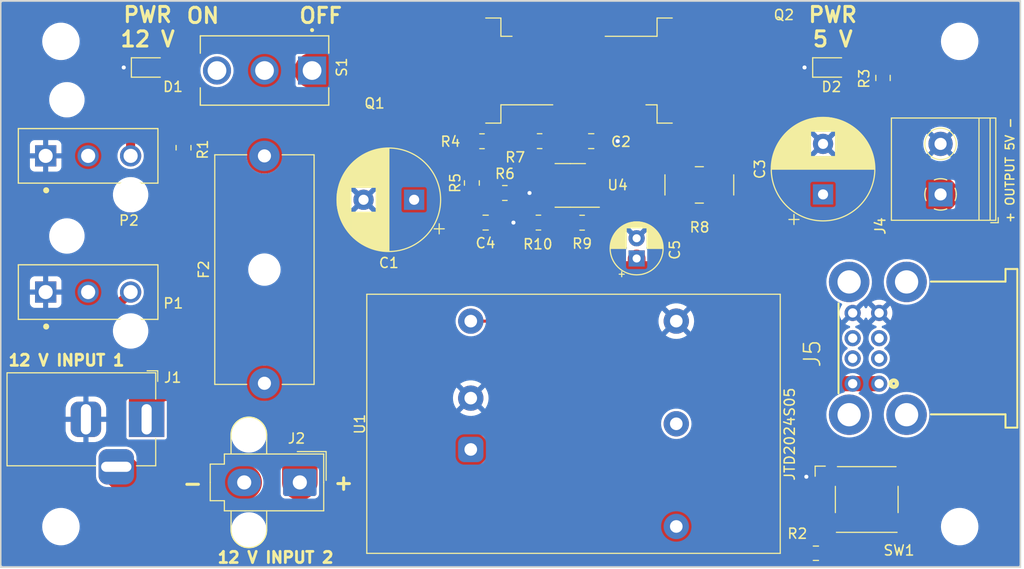
<source format=kicad_pcb>
(kicad_pcb (version 20211014) (generator pcbnew)
  (layers (0 "F.Cu" signal) (31 "B.Cu" signal) (34 "B.Paste" user) (35 "F.Paste" user) (36 "B.SilkS" user "B.Silkscreen") (37 "F.SilkS" user "F.Silkscreen") (38 "B.Mask" user) (39 "F.Mask" user) (44 "Edge.Cuts" user))
  (net 0 "")
  (net 1 "GND")
  (net 2 "Net-(D1-Pad2)")
  (net 3 "Net-(C2-Pad2)")
  (net 5 "Net-(P1-Pad3)")
  (net 6 "Net-(D2-Pad2)")
  (net 14 "Net-(F2-Pad2)")
  (net 16 "Net-(C3-Pad1)")
  (net 17 "Net-(C1-Pad1)")
  (net 18 "Net-(J1-Pad3)")
  (net 19 "Net-(C4-Pad2)")
  (net 20 "Net-(F2-Pad1)")
  (net 21 "Net-(R2-Pad1)")
  (net 22 "Net-(R2-Pad2)")
  (net 23 "Net-(R8-Pad2)")
  (net 24 "Net-(R8-Pad3)")
  (net 25 "Net-(Q1-Pad3)")
  (net 26 "Net-(Q2-Pad1)")
  (net 27 "Net-(R4-Pad1)")
  (net 28 "Net-(R5-Pad1)")
  (net 29 "Net-(R10-Pad2)")
  (net 30 "Net-(Q1-Pad1)")
  (net 31 "Net-(Q2-Pad2)")
  (net 36 "Net-(C5-Pad1)")
  (footprint "Converter_DCDC:Converter_DCDC_XP_POWER_JTDxxxxxxx_THT" (layer "F.Cu") (at 187.44 87.74 90)
    (fp_text reference "U1" (at 2.51 -10.97 270) (layer "F.SilkS"))
    (fp_text value "JTD2024S05" (at 1.51 31.53 270) (layer "F.SilkS"))
    (pad "1" thru_hole roundrect locked (at 0 0 90) (size 2.5 2.5) (drill 1.25) (layers *.Cu *.Mask) (net 36 "Net-(C5-Pad1)"))
    (pad "2" thru_hole circle locked (at 5.08 0 90) (size 2.5 2.5) (drill 1.25) (layers *.Cu *.Mask) (net 1 "GND"))
    (pad "3" thru_hole circle locked (at -7.62 20.32 90) (size 2.5 2.5) (drill 1.25) (layers *.Cu *.Mask) (net 16 "Net-(C3-Pad1)"))
    (pad "4" thru_hole circle locked (at 2.54 20.32 90) (size 2.5 2.5) (drill 1.25) (layers *.Cu *.Mask))
    (pad "5" thru_hole circle locked (at 12.7 20.32 90) (size 2.5 2.5) (drill 1.25) (layers *.Cu *.Mask) (net 1 "GND"))
    (pad "6" thru_hole circle locked (at 12.7 0 90) (size 2.5 2.5) (drill 1.25) (layers *.Cu *.Mask) (net 21 "Net-(R2-Pad1)"))
  )
  (footprint "MountingHole:MountingHole_3.2mm_M3" (layer "F.Cu") (at 146.92 47.355)
    (fp_text reference "H1" hide)
    (fp_text value "MountingHole")
    (pad "" np_thru_hole circle locked (at 0 0) (size 3.2 3.2) (drill 3.2) (layers *.Cu *.Mask))
  )
  (footprint "MountingHole:MountingHole_3.2mm_M3" (layer "F.Cu") (at 146.92 95.375)
    (fp_text reference "H2" hide)
    (fp_text value "MountingHole")
    (pad "" np_thru_hole circle locked (at 0 0) (size 3.2 3.2) (drill 3.2) (layers *.Cu *.Mask))
  )
  (footprint "MountingHole:MountingHole_3.2mm_M3" (layer "F.Cu") (at 235.78 47.355)
    (fp_text reference "H3" hide)
    (fp_text value "MountingHole" hide)
    (pad "" np_thru_hole circle locked (at 0 0) (size 3.2 3.2) (drill 3.2) (layers *.Cu *.Mask))
  )
  (footprint "MountingHole:MountingHole_3.2mm_M3" (layer "F.Cu") (at 235.78 95.375)
    (fp_text reference "H4" hide)
    (fp_text value "MountingHole")
    (pad "" np_thru_hole circle locked (at 0 0) (size 3.2 3.2) (drill 3.2) (layers *.Cu *.Mask))
  )
  (footprint "Double_USB_A:GCT_USB1035-XX-X-X-X-B_REVE" (layer "F.Cu") (at 230.53 77.73 90)
    (fp_text reference "J5" (at -0.53 -9.33 90) (layer "F.SilkS") (effects (font (size 1.600598 1.600598))))
    (fp_text value "USB1035-XX-X-X-X-B_REVE" hide)
    (pad "1A" thru_hole circle locked (at -3.5 -5.33 90) (size 1.6 1.6) (drill 0.92) (layers *.Cu *.Mask) (net 16 "Net-(C3-Pad1)"))
    (pad "1B" thru_hole circle locked (at -3.5 -2.71 90) (size 1.6 1.6) (drill 0.92) (layers *.Cu *.Mask) (net 16 "Net-(C3-Pad1)"))
    (pad "2A" thru_hole circle locked (at -1 -5.33 90) (size 1.6 1.6) (drill 0.92) (layers *.Cu *.Mask))
    (pad "2B" thru_hole circle locked (at -1 -2.71 90) (size 1.6 1.6) (drill 0.92) (layers *.Cu *.Mask))
    (pad "3A" thru_hole circle locked (at 1 -5.33 90) (size 1.6 1.6) (drill 0.92) (layers *.Cu *.Mask))
    (pad "3B" thru_hole circle locked (at 1 -2.71 90) (size 1.6 1.6) (drill 0.92) (layers *.Cu *.Mask))
    (pad "4A" thru_hole circle locked (at 3.5 -5.33 90) (size 1.6 1.6) (drill 0.92) (layers *.Cu *.Mask) (net 1 "GND"))
    (pad "4B" thru_hole circle locked (at 3.5 -2.71 90) (size 1.6 1.6) (drill 0.92) (layers *.Cu *.Mask) (net 1 "GND"))
    (pad "9" thru_hole circle locked (at -6.57 0 90) (size 4 4) (drill 2.3) (layers *.Cu *.Mask))
    (pad "10" thru_hole circle locked (at 6.57 0 90) (size 4 4) (drill 2.3) (layers *.Cu *.Mask))
    (pad "11" thru_hole circle locked (at -6.57 -5.68 90) (size 4 4) (drill 2.3) (layers *.Cu *.Mask))
    (pad "12" thru_hole circle locked (at 6.57 -5.68 90) (size 4 4) (drill 2.3) (layers *.Cu *.Mask))
  )
  (footprint "TerminalBlock_Philmore:TerminalBlock_Philmore_TB132_1x02_P5.00mm_Horizontal" (layer "F.Cu") (at 233.89 62.5 90)
    (fp_text reference "J4" (at -3.13 -5.96 90) (layer "F.SilkS"))
    (fp_text value "Screw_Terminal_01x02" hide)
    (fp_text user "+ OUTPUT 5V -" (at 2.39 6.86 270) (layer "F.SilkS") (effects (font (size 0.85 0.85))))
    (pad "1" thru_hole rect locked (at 0 0 90) (size 2.4 2.4) (drill 1.2) (layers *.Cu *.Mask) (net 16 "Net-(C3-Pad1)"))
    (pad "2" thru_hole circle locked (at 5 0 90) (size 2.4 2.4) (drill 1.2) (layers *.Cu *.Mask) (net 1 "GND"))
  )
  (footprint "Connector_BarrelJack:BarrelJack_Horizontal" (layer "F.Cu") (at 155.39 84.755)
    (fp_text reference "J1" (at 2.58 -4.13) (layer "F.SilkS"))
    (fp_text value "12 V INPUT" hide)
    (pad "1" thru_hole rect locked (at 0 0) (size 3.5 3.5) (drill oval 1 3) (layers *.Cu *.Mask) (net 20 "Net-(F2-Pad1)"))
    (pad "2" thru_hole roundrect locked (at -6 0) (size 3 3.5) (drill oval 1 3) (layers *.Cu *.Mask) (net 1 "GND"))
    (pad "3" thru_hole roundrect locked (at -3 4.7) (size 3.5 3.5) (drill oval 3 1) (layers *.Cu *.Mask) (net 18 "Net-(J1-Pad3)"))
  )
  (footprint "MOLEX_39-30-1039" (layer "F.Cu") (at 149.61 72.165 180)
    (fp_text reference "P1" (at -8.42 -1.115) (layer "F.SilkS") (effects (font (size 1.001961 1.001961))))
    (fp_text value "39-30-1039")
    (pad "" np_thru_hole circle locked (at 2.1 5.55 180) (size 3 3) (drill 3) (layers *.Cu *.Mask))
    (pad "" np_thru_hole circle locked (at -4.2 -3.85 180) (size 3 3) (drill 3) (layers *.Cu *.Mask))
    (pad "1" thru_hole rect locked (at 4.2 0 180) (size 2.1 2.1) (drill 1.4) (layers *.Cu *.Mask) (net 1 "GND"))
    (pad "2" thru_hole circle locked (at 0 0 180) (size 2.1 2.1) (drill 1.4) (layers *.Cu *.Mask) (net 36 "Net-(C5-Pad1)"))
    (pad "3" thru_hole circle locked (at -4.2 0 180) (size 2.1 2.1) (drill 1.4) (layers *.Cu *.Mask) (net 5 "Net-(P1-Pad3)"))
  )
  (footprint "MOLEX_39-30-1039" (layer "F.Cu") (at 149.61 58.685 180)
    (fp_text reference "P2" (at -4.032895 -6.397515) (layer "F.SilkS") (effects (font (size 1.001961 1.001961))))
    (fp_text value "39-30-1039")
    (pad "" np_thru_hole circle locked (at 2.1 5.55 180) (size 3 3) (drill 3) (layers *.Cu *.Mask))
    (pad "" np_thru_hole circle locked (at -4.2 -3.85 180) (size 3 3) (drill 3) (layers *.Cu *.Mask))
    (pad "1" thru_hole rect locked (at 4.2 0 180) (size 2.1 2.1) (drill 1.4) (layers *.Cu *.Mask) (net 1 "GND"))
    (pad "2" thru_hole circle locked (at 0 0 180) (size 2.1 2.1) (drill 1.4) (layers *.Cu *.Mask) (net 36 "Net-(C5-Pad1)"))
    (pad "3" thru_hole circle locked (at -4.2 0 180) (size 2.1 2.1) (drill 1.4) (layers *.Cu *.Mask) (net 5 "Net-(P1-Pad3)"))
  )
  (footprint "LED_SMD:LED_0805_2012Metric_Pad1.15x1.40mm_HandSolder" (layer "F.Cu") (at 223.105 49.94)
    (fp_text reference "D2" (at -0.005 1.92) (layer "F.SilkS"))
    (fp_text value "LED")
    (pad "1" smd roundrect locked (at -1.025 0) (size 1.15 1.4) (layers "F.Cu" "F.Paste" "F.Mask") (roundrect_rratio 0.2173913043) (net 1 "GND"))
    (pad "2" smd roundrect locked (at 1.025 0) (size 1.15 1.4) (layers "F.Cu" "F.Paste" "F.Mask") (roundrect_rratio 0.2173913043) (net 6 "Net-(D2-Pad2)"))
  )
  (footprint "Resistor_SMD:R_0805_2012Metric_Pad1.15x1.40mm_HandSolder" (layer "F.Cu") (at 221.565 98.01)
    (fp_text reference "R2" (at -1.835 -1.94) (layer "F.SilkS"))
    (fp_text value "R")
    (pad "1" smd roundrect locked (at -1.025 0) (size 1.15 1.4) (layers "F.Cu" "F.Paste" "F.Mask") (roundrect_rratio 0.2173913043) (net 21 "Net-(R2-Pad1)"))
    (pad "2" smd roundrect locked (at 1.025 0) (size 1.15 1.4) (layers "F.Cu" "F.Paste" "F.Mask") (roundrect_rratio 0.2173913043) (net 22 "Net-(R2-Pad2)"))
  )
  (footprint "Resistor_SMD:R_0805_2012Metric_Pad1.15x1.40mm_HandSolder" (layer "F.Cu") (at 228.2 50.975 -90)
    (fp_text reference "R3" (at 0.075 1.86 90) (layer "F.SilkS"))
    (fp_text value "R")
    (pad "1" smd roundrect locked (at -1.025 0 270) (size 1.15 1.4) (layers "F.Cu" "F.Paste" "F.Mask") (roundrect_rratio 0.2173913043) (net 6 "Net-(D2-Pad2)"))
    (pad "2" smd roundrect locked (at 1.025 0 270) (size 1.15 1.4) (layers "F.Cu" "F.Paste" "F.Mask") (roundrect_rratio 0.2173913043) (net 16 "Net-(C3-Pad1)"))
  )
  (footprint "LED_SMD:LED_0805_2012Metric_Pad1.15x1.40mm_HandSolder" (layer "F.Cu") (at 155.745 49.94)
    (fp_text reference "D1" (at 2.255 1.91) (layer "F.SilkS"))
    (fp_text value "LED" hide)
    (pad "1" smd roundrect locked (at -1.025 0) (size 1.15 1.4) (layers "F.Cu" "F.Paste" "F.Mask") (roundrect_rratio 0.2173913043) (net 1 "GND"))
    (pad "2" smd roundrect locked (at 1.025 0) (size 1.15 1.4) (layers "F.Cu" "F.Paste" "F.Mask") (roundrect_rratio 0.2173913043) (net 2 "Net-(D1-Pad2)"))
  )
  (footprint "Resistor_SMD:R_0805_2012Metric_Pad1.20x1.40mm_HandSolder" (layer "F.Cu") (at 159.04 57.88 -90)
    (fp_text reference "R1" (at 0.18 -1.9 -270) (layer "F.SilkS"))
    (fp_text value "R")
    (pad "1" smd roundrect (at -1 0 270) (size 1.2 1.4) (layers "F.Cu" "F.Paste" "F.Mask") (roundrect_rratio 0.2083333333) (net 2 "Net-(D1-Pad2)"))
    (pad "2" smd roundrect (at 1 0 270) (size 1.2 1.4) (layers "F.Cu" "F.Paste" "F.Mask") (roundrect_rratio 0.2083333333) (net 36 "Net-(C5-Pad1)"))
  )
  (footprint "Button_Switch_SMD:SW_SPST_Omron_B3FS-100xP" (layer "F.Cu") (at 226.59 92.69)
    (fp_text reference "SW1" (at 3.19 5.04) (layer "F.SilkS"))
    (fp_text value "SW_Push_Dual" hide)
    (pad "1" smd rect locked (at -4 -2.25 180) (size 1.6 1.4) (layers "F.Cu" "F.Paste" "F.Mask") (net 1 "GND"))
    (pad "2" smd rect locked (at 4 -2.25 180) (size 1.6 1.4) (layers "F.Cu" "F.Paste" "F.Mask"))
    (pad "3" smd rect locked (at -4 2.25 180) (size 1.6 1.4) (layers "F.Cu" "F.Paste" "F.Mask") (net 22 "Net-(R2-Pad2)"))
    (pad "4" smd rect locked (at 4 2.25 180) (size 1.6 1.4) (layers "F.Cu" "F.Paste" "F.Mask"))
  )
  (footprint "Switch:SW_100SP1T1B4M2QE" (layer "F.Cu") (at 167.05 50.24 -90)
    (fp_text reference "S1" (at -0.325 -7.635 90) (layer "F.SilkS"))
    (fp_text value "OFF              ON" hide)
    (pad "1" thru_hole rect locked (at 0 -4.7 270) (size 2.775 2.775) (drill 1.85) (layers *.Cu *.Mask) (net 17 "Net-(C1-Pad1)"))
    (pad "2" thru_hole circle locked (at 0 0 270) (size 2.775 2.775) (drill 1.85) (layers *.Cu *.Mask) (net 14 "Net-(F2-Pad2)"))
    (pad "3" thru_hole circle locked (at 0 4.7 270) (size 2.775 2.775) (drill 1.85) (layers *.Cu *.Mask))
  )
  (footprint "Package_TO_SOT_SMD:TO-263-2" (layer "F.Cu") (at 208.81 50.245)
    (fp_text reference "Q2" (at 9.59 -5.505) (layer "F.SilkS"))
    (fp_text value "FDB3682")
    (pad "1" smd rect (at -5.775 -2.54) (size 4.6 1.1) (layers "F.Cu" "F.Paste" "F.Mask") (net 26 "Net-(Q2-Pad1)"))
    (pad "2" smd rect (at 3.375 0) (size 9.4 10.8) (layers "F.Cu" "F.Mask") (net 31 "Net-(Q2-Pad2)"))
    (pad "3" smd rect (at -5.775 2.54) (size 4.6 1.1) (layers "F.Cu" "F.Paste" "F.Mask") (net 25 "Net-(Q1-Pad3)"))
  )
  (footprint "Resistor_SMD:R_0805_2012Metric_Pad1.20x1.40mm_HandSolder" (layer "F.Cu") (at 188.55 57.24)
    (fp_text reference "R4" (at -3.12 0.04) (layer "F.SilkS"))
    (fp_text value "R")
    (pad "1" smd roundrect (at -1 0) (size 1.2 1.4) (layers "F.Cu" "F.Paste" "F.Mask") (roundrect_rratio 0.2083333333) (net 27 "Net-(R4-Pad1)"))
    (pad "2" smd roundrect (at 1 0) (size 1.2 1.4) (layers "F.Cu" "F.Paste" "F.Mask") (roundrect_rratio 0.2083333333) (net 17 "Net-(C1-Pad1)"))
  )
  (footprint "Capacitor_THT:CP_Radial_D5.0mm_P2.00mm" (layer "F.Cu") (at 203.84 68.84 90)
    (fp_text reference "C5" (at 0.85 3.77 90) (layer "F.SilkS"))
    (fp_text value "C_Polarized")
    (pad "1" thru_hole rect locked (at 0 0 90) (size 1.6 1.6) (drill 0.8) (layers *.Cu *.Mask) (net 36 "Net-(C5-Pad1)"))
    (pad "2" thru_hole circle locked (at 2 0 90) (size 1.6 1.6) (drill 0.8) (layers *.Cu *.Mask) (net 1 "GND"))
  )
  (footprint "Capacitor_SMD:C_0805_2012Metric_Pad1.18x1.45mm_HandSolder" (layer "F.Cu") (at 199.3475 57.23 180)
    (fp_text reference "C2" (at -2.9425 -0.06) (layer "F.SilkS"))
    (fp_text value "C")
    (pad "1" smd roundrect (at -1.0375 0 180) (size 1.175 1.45) (layers "F.Cu" "F.Paste" "F.Mask") (roundrect_rratio 0.2127659574) (net 1 "GND"))
    (pad "2" smd roundrect (at 1.0375 0 180) (size 1.175 1.45) (layers "F.Cu" "F.Paste" "F.Mask") (roundrect_rratio 0.2127659574) (net 3 "Net-(C2-Pad2)"))
  )
  (footprint "Fuse:Fuseholder_Cylinder-5x20mm_Schurter_0031_8201_Horizontal_Open" (layer "F.Cu") (at 167.04 81.19 90)
    (fp_text reference "F2" (at 11.25 -6 90) (layer "F.SilkS"))
    (fp_text value "Fuse")
    (pad "" np_thru_hole circle (at 11.25 0 90) (size 2.7 2.7) (drill 2.7) (layers *.Cu *.Mask))
    (pad "1" thru_hole circle (at 0 0 90) (size 3 3) (drill 1.3) (layers *.Cu *.Mask) (net 20 "Net-(F2-Pad1)"))
    (pad "2" thru_hole circle (at 22.5 0 90) (size 3 3) (drill 1.3) (layers *.Cu *.Mask) (net 14 "Net-(F2-Pad2)"))
  )
  (footprint "Capacitor_THT:CP_Radial_D10.0mm_P5.00mm" (layer "F.Cu") (at 181.84 63.03 180)
    (fp_text reference "C1" (at 2.5 -6.25) (layer "F.SilkS"))
    (fp_text value "EEEFK1A222AQ")
    (pad "1" thru_hole rect (at 0 0 180) (size 2 2) (drill 1) (layers *.Cu *.Mask) (net 17 "Net-(C1-Pad1)"))
    (pad "2" thru_hole circle (at 5 0 180) (size 2 2) (drill 1) (layers *.Cu *.Mask) (net 1 "GND"))
  )
  (footprint "Resistor_SMD:R_Shunt_Ohmite_LVK25" (layer "F.Cu") (at 210.04 61.56 -90)
    (fp_text reference "R8" (at 4.2 -0.02 180) (layer "F.SilkS"))
    (fp_text value "R_Shunt")
    (pad "1" smd rect (at -1.8 -2.15 270) (size 1.4 3.3) (layers "F.Cu" "F.Paste" "F.Mask") (net 31 "Net-(Q2-Pad2)"))
    (pad "2" smd rect (at 1.8 2.15 270) (size 1.4 3.3) (layers "F.Cu" "F.Paste" "F.Mask") (net 23 "Net-(R8-Pad2)"))
    (pad "3" smd rect (at -1.8 2.15 270) (size 1.4 3.3) (layers "F.Cu" "F.Paste" "F.Mask") (net 24 "Net-(R8-Pad3)"))
    (pad "4" smd rect (at 1.8 -2.15 270) (size 1.4 3.3) (layers "F.Cu" "F.Paste" "F.Mask") (net 36 "Net-(C5-Pad1)"))
  )
  (footprint "Resistor_SMD:R_0805_2012Metric_Pad1.20x1.40mm_HandSolder" (layer "F.Cu") (at 190.81 62.36 180)
    (fp_text reference "R6" (at -0.01 1.9) (layer "F.SilkS"))
    (fp_text value "R")
    (pad "1" smd roundrect (at -1 0 180) (size 1.2 1.4) (layers "F.Cu" "F.Paste" "F.Mask") (roundrect_rratio 0.2083333333) (net 1 "GND"))
    (pad "2" smd roundrect (at 1 0 180) (size 1.2 1.4) (layers "F.Cu" "F.Paste" "F.Mask") (roundrect_rratio 0.2083333333) (net 28 "Net-(R5-Pad1)"))
  )
  (footprint "Package_SO:MSOP-16_3x4.039mm_P0.5mm" (layer "F.Cu") (at 197.28 61.61 180)
    (fp_text reference "U4" (at -4.68 0.03 180) (layer "F.SilkS"))
    (fp_text value "LTC4364IMS")
    (pad "1" smd roundrect (at -2.15 -1.75 180) (size 1.45 0.3) (layers "F.Cu" "F.Paste" "F.Mask") (net 23 "Net-(R8-Pad2)"))
    (pad "2" smd roundrect (at -2.15 -1.25 180) (size 1.45 0.3) (layers "F.Cu" "F.Paste" "F.Mask") (net 24 "Net-(R8-Pad3)"))
    (pad "3" smd roundrect (at -2.15 -0.75 180) (size 1.45 0.3) (layers "F.Cu" "F.Paste" "F.Mask"))
    (pad "4" smd roundrect (at -2.15 -0.25 180) (size 1.45 0.3) (layers "F.Cu" "F.Paste" "F.Mask") (net 26 "Net-(Q2-Pad1)"))
    (pad "5" smd roundrect (at -2.15 0.25 180) (size 1.45 0.3) (layers "F.Cu" "F.Paste" "F.Mask") (net 25 "Net-(Q1-Pad3)"))
    (pad "6" smd roundrect (at -2.15 0.75 180) (size 1.45 0.3) (layers "F.Cu" "F.Paste" "F.Mask") (net 3 "Net-(C2-Pad2)"))
    (pad "7" smd roundrect (at -2.15 1.25 180) (size 1.45 0.3) (layers "F.Cu" "F.Paste" "F.Mask"))
    (pad "8" smd roundrect (at -2.15 1.75 180) (size 1.45 0.3) (layers "F.Cu" "F.Paste" "F.Mask") (net 17 "Net-(C1-Pad1)"))
    (pad "9" smd roundrect (at 2.15 1.75 180) (size 1.45 0.3) (layers "F.Cu" "F.Paste" "F.Mask") (net 17 "Net-(C1-Pad1)"))
    (pad "10" smd roundrect (at 2.15 1.25 180) (size 1.45 0.3) (layers "F.Cu" "F.Paste" "F.Mask") (net 27 "Net-(R4-Pad1)"))
    (pad "11" smd roundrect (at 2.15 0.75 180) (size 1.45 0.3) (layers "F.Cu" "F.Paste" "F.Mask") (net 28 "Net-(R5-Pad1)"))
    (pad "12" smd roundrect (at 2.15 0.25 180) (size 1.45 0.3) (layers "F.Cu" "F.Paste" "F.Mask") (net 1 "GND"))
    (pad "13" smd roundrect (at 2.15 -0.25 180) (size 1.45 0.3) (layers "F.Cu" "F.Paste" "F.Mask"))
    (pad "14" smd roundrect (at 2.15 -0.75 180) (size 1.45 0.3) (layers "F.Cu" "F.Paste" "F.Mask"))
    (pad "15" smd roundrect (at 2.15 -1.25 180) (size 1.45 0.3) (layers "F.Cu" "F.Paste" "F.Mask") (net 19 "Net-(C4-Pad2)"))
    (pad "16" smd roundrect (at 2.15 -1.75 180) (size 1.45 0.3) (layers "F.Cu" "F.Paste" "F.Mask") (net 29 "Net-(R10-Pad2)"))
  )
  (footprint "Capacitor_SMD:C_0805_2012Metric_Pad1.18x1.45mm_HandSolder" (layer "F.Cu") (at 188.9125 65.29 180)
    (fp_text reference "C4" (at 0.0125 -2.03) (layer "F.SilkS"))
    (fp_text value "C")
    (pad "1" smd roundrect (at -1.0375 0 180) (size 1.175 1.45) (layers "F.Cu" "F.Paste" "F.Mask") (roundrect_rratio 0.2127659574) (net 1 "GND"))
    (pad "2" smd roundrect (at 1.0375 0 180) (size 1.175 1.45) (layers "F.Cu" "F.Paste" "F.Mask") (roundrect_rratio 0.2127659574) (net 19 "Net-(C4-Pad2)"))
  )
  (footprint "Package_TO_SOT_SMD:TO-263-2" (layer "F.Cu") (at 187.47 50.245 180)
    (fp_text reference "Q1" (at 9.54 -3.245) (layer "F.SilkS"))
    (fp_text value "FDB33N25")
    (pad "1" smd rect (at -5.775 -2.54 180) (size 4.6 1.1) (layers "F.Cu" "F.Paste" "F.Mask") (net 30 "Net-(Q1-Pad1)"))
    (pad "2" smd rect (at 3.375 0 180) (size 9.4 10.8) (layers "F.Cu" "F.Mask") (net 17 "Net-(C1-Pad1)"))
    (pad "3" smd rect (at -5.775 2.54 180) (size 4.6 1.1) (layers "F.Cu" "F.Paste" "F.Mask") (net 25 "Net-(Q1-Pad3)"))
  )
  (footprint "Resistor_SMD:R_0805_2012Metric_Pad1.20x1.40mm_HandSolder" (layer "F.Cu") (at 194.13 65.29)
    (fp_text reference "R10" (at -0.06 2.14) (layer "F.SilkS"))
    (fp_text value "R")
    (pad "1" smd roundrect (at -1 0) (size 1.2 1.4) (layers "F.Cu" "F.Paste" "F.Mask") (roundrect_rratio 0.2083333333) (net 1 "GND"))
    (pad "2" smd roundrect (at 1 0) (size 1.2 1.4) (layers "F.Cu" "F.Paste" "F.Mask") (roundrect_rratio 0.2083333333) (net 29 "Net-(R10-Pad2)"))
  )
  (footprint "Capacitor_THT:CP_Radial_D10.0mm_P5.00mm" (layer "F.Cu") (at 222.27 62.5 90)
    (fp_text reference "C3" (at 2.5 -6.25 90) (layer "F.SilkS"))
    (fp_text value "EEEFK1A222AQ")
    (pad "1" thru_hole rect (at 0 0 90) (size 2 2) (drill 1) (layers *.Cu *.Mask) (net 16 "Net-(C3-Pad1)"))
    (pad "2" thru_hole circle (at 5 0 90) (size 2 2) (drill 1) (layers *.Cu *.Mask) (net 1 "GND"))
  )
  (footprint "Connector_Molex:Molex_Mini-Fit_Jr_5566-02A2_2x01_P4.20mm_Vertical" (layer "F.Cu") (at 170.54 91 -90)
    (fp_text reference "J2" (at -4.35 0.33 180) (layer "F.SilkS"))
    (fp_text value "Conn_01x02_Male" hide)
    (pad "" np_thru_hole circle locked (at -4.7 5.04 270) (size 3 3) (drill 3) (layers *.Cu *.Mask))
    (pad "" np_thru_hole circle locked (at 4.7 5.04 270) (size 3 3) (drill 3) (layers *.Cu *.Mask))
    (pad "1" thru_hole roundrect locked (at 0 0 270) (size 2.7 3.3) (drill 1.4) (layers *.Cu *.Mask) (roundrect_rratio 0.09259296296) (net 20 "Net-(F2-Pad1)"))
    (pad "2" thru_hole oval locked (at 0 5.5 270) (size 2.7 3.3) (drill 1.4) (layers *.Cu *.Mask) (net 18 "Net-(J1-Pad3)"))
  )
  (footprint "Resistor_SMD:R_0805_2012Metric_Pad1.20x1.40mm_HandSolder" (layer "F.Cu") (at 187.55 61.37 90)
    (fp_text reference "R5" (at 0 -1.65 90) (layer "F.SilkS"))
    (fp_text value "R")
    (pad "1" smd roundrect (at -1 0 90) (size 1.2 1.4) (layers "F.Cu" "F.Paste" "F.Mask") (roundrect_rratio 0.2083333333) (net 28 "Net-(R5-Pad1)"))
    (pad "2" smd roundrect (at 1 0 90) (size 1.2 1.4) (layers "F.Cu" "F.Paste" "F.Mask") (roundrect_rratio 0.2083333333) (net 27 "Net-(R4-Pad1)"))
  )
  (footprint "Resistor_SMD:R_0805_2012Metric_Pad1.20x1.40mm_HandSolder" (layer "F.Cu") (at 194.25 57.23 180)
    (fp_text reference "R7" (at 2.42 -1.6) (layer "F.SilkS"))
    (fp_text value "R")
    (pad "1" smd roundrect (at -1 0 180) (size 1.2 1.4) (layers "F.Cu" "F.Paste" "F.Mask") (roundrect_rratio 0.2083333333) (net 3 "Net-(C2-Pad2)"))
    (pad "2" smd roundrect (at 1 0 180) (size 1.2 1.4) (layers "F.Cu" "F.Paste" "F.Mask") (roundrect_rratio 0.2083333333) (net 30 "Net-(Q1-Pad1)"))
  )
  (footprint "Resistor_SMD:R_0805_2012Metric_Pad1.20x1.40mm_HandSolder" (layer "F.Cu") (at 198.45 65.3)
    (fp_text reference "R9" (at 0 2.07) (layer "F.SilkS"))
    (fp_text value "R")
    (pad "1" smd roundrect (at -1 0) (size 1.2 1.4) (layers "F.Cu" "F.Paste" "F.Mask") (roundrect_rratio 0.2083333333) (net 29 "Net-(R10-Pad2)"))
    (pad "2" smd roundrect (at 1 0) (size 1.2 1.4) (layers "F.Cu" "F.Paste" "F.Mask") (roundrect_rratio 0.2083333333) (net 36 "Net-(C5-Pad1)"))
  )
  (gr_line (start 241.78 99.375) (end 241.78 43.355) (layer "Edge.Cuts") (width 0.15))
  (gr_line (start 241.78 99.375) (end 140.97 99.375) (layer "Edge.Cuts") (width 0.15))
  (gr_line (start 140.97 43.355) (end 140.97 99.375) (layer "Edge.Cuts") (width 0.15))
  (gr_line (start 140.97 43.355) (end 241.78 43.355) (layer "Edge.Cuts") (width 0.15))
  (gr_text "-" (at 159.94 91.08) (layer "F.SilkS") (effects (font (size 1.5 1.5) (thickness 0.3))))
  (gr_text "+" (at 174.87 91.01) (layer "F.SilkS") (effects (font (size 1.5 1.5) (thickness 0.3))))
  (gr_text "PWR\n5 V" (at 223.23 45.93) (layer "F.SilkS") (effects (font (size 1.5 1.5) (thickness 0.3))))
  (gr_text "12 V INPUT 2" (at 168.14 98.43) (layer "F.SilkS") (effects (font (size 1.1 1.1) (thickness 0.275))))
  (gr_text "ON       OFF" (at 167.03 44.81) (layer "F.SilkS") (effects (font (size 1.5 1.5) (thickness 0.3))))
  (gr_text "12 V INPUT 1\n" (at 147.47 78.92) (layer "F.SilkS") (effects (font (size 1.1 1.1) (thickness 0.275))))
  (gr_text "PWR\n12 V" (at 155.49 45.93) (layer "F.SilkS") (effects (font (size 1.5 1.5) (thickness 0.3))))
  (segment (start 154.72 49.94) (end 153.13 49.94) (width 0.4) (layer "F.Cu") (net 1))
  (segment (start 222.08 49.94) (end 220.44 49.94) (width 0.4) (layer "F.Cu") (net 1))
  (segment (start 200.385 57.23) (end 201.9675 57.23) (width 0.9) (layer "F.Cu") (net 1))
  (segment (start 193.25 61.7) (end 193.25 62.36) (width 0.3) (layer "F.Cu") (net 1))
  (segment (start 193.13 65.29) (end 191.66 65.29) (width 0.9) (layer "F.Cu") (net 1))
  (segment (start 222.59 90.44) (end 220.62 90.44) (width 0.3) (layer "F.Cu") (net 1))
  (segment (start 195.13 61.36) (end 193.59 61.36) (width 0.3) (layer "F.Cu") (net 1))
  (segment (start 193.59 61.36) (end 193.25 61.7) (width 0.3) (layer "F.Cu") (net 1))
  (segment (start 191.81 62.36) (end 193.25 62.36) (width 0.9) (layer "F.Cu") (net 1))
  (segment (start 189.95 65.29) (end 191.66 65.29) (width 0.9) (layer "F.Cu") (net 1))
  (via (at 201.9675 57.23) (size 0.8) (drill 0.4) (layers "F.Cu" "B.Cu") (net 1))
  (via (at 191.66 65.29) (size 0.8) (drill 0.4) (layers "F.Cu" "B.Cu") (net 1))
  (via (at 220.44 49.94) (size 0.8) (drill 0.4) (layers "F.Cu" "B.Cu") (net 1))
  (via (at 193.25 62.36) (size 0.8) (drill 0.4) (layers "F.Cu" "B.Cu") (net 1))
  (via (at 220.62 90.44) (size 0.8) (drill 0.4) (layers "F.Cu" "B.Cu") (net 1))
  (via (at 153.13 49.94) (size 0.8) (drill 0.4) (layers "F.Cu" "B.Cu") (net 1))
  (segment (start 159.04 56.88) (end 159.04 50.45) (width 0.4) (layer "F.Cu") (net 2))
  (segment (start 158.53 49.94) (end 156.77 49.94) (width 0.4) (layer "F.Cu") (net 2))
  (segment (start 159.04 50.45) (end 158.53 49.94) (width 0.4) (layer "F.Cu") (net 2))
  (segment (start 195.25 57.23) (end 198.31 57.23) (width 0.3) (layer "F.Cu") (net 3))
  (segment (start 200.92 60.67) (end 200.92 58.97) (width 0.3) (layer "F.Cu") (net 3))
  (segment (start 199.43 60.86) (end 200.73 60.86) (width 0.3) (layer "F.Cu") (net 3))
  (segment (start 200.7 58.75) (end 200.92 58.97) (width 0.3) (layer "F.Cu") (net 3))
  (segment (start 198.31 57.23) (end 198.31 58.45) (width 0.3) (layer "F.Cu") (net 3))
  (segment (start 198.61 58.75) (end 200.7 58.75) (width 0.3) (layer "F.Cu") (net 3))
  (segment (start 198.31 58.45) (end 198.61 58.75) (width 0.3) (layer "F.Cu") (net 3))
  (segment (start 200.73 60.86) (end 200.92 60.67) (width 0.3) (layer "F.Cu") (net 3))
  (segment (start 143.08 55.36) (end 141.82 56.62) (width 0.9) (layer "F.Cu") (net 5))
  (segment (start 153.81 56.63) (end 152.54 55.36) (width 0.9) (layer "F.Cu") (net 5))
  (segment (start 152.54 55.36) (end 143.08 55.36) (width 0.9) (layer "F.Cu") (net 5))
  (segment (start 150.375 75.6) (end 153.81 72.165) (width 0.9) (layer "F.Cu") (net 5))
  (segment (start 141.82 56.62) (end 141.82 56.85) (width 0.9) (layer "F.Cu") (net 5))
  (segment (start 142.7 75.6) (end 150.375 75.6) (width 0.9) (layer "F.Cu") (net 5))
  (segment (start 141.82 56.85) (end 141.82 74.72) (width 0.9) (layer "F.Cu") (net 5))
  (segment (start 141.82 74.72) (end 142.7 75.6) (width 0.9) (layer "F.Cu") (net 5))
  (segment (start 153.81 58.685) (end 153.81 56.63) (width 0.9) (layer "F.Cu") (net 5))
  (segment (start 224.13 49.94) (end 228.19 49.94) (width 0.4) (layer "F.Cu") (net 6))
  (segment (start 228.19 49.94) (end 228.2 49.95) (width 0.4) (layer "F.Cu") (net 6))
  (segment (start 167.05 58.68) (end 167.04 58.69) (width 3.5) (layer "F.Cu") (net 14))
  (segment (start 167.05 50.24) (end 167.05 58.68) (width 3.5) (layer "F.Cu") (net 14))
  (segment (start 219.59 87.01) (end 219.59 82.11) (width 3.5) (layer "F.Cu") (net 16))
  (segment (start 220.73 62.5) (end 219.61 63.62) (width 3.5) (layer "F.Cu") (net 16))
  (segment (start 220.47 81.23) (end 219.59 82.11) (width 1.5) (layer "F.Cu") (net 16))
  (segment (start 228.2 52) (end 228.2 61.38) (width 0.4) (layer "F.Cu") (net 16))
  (segment (start 219.59 82.11) (end 219.59 80.41) (width 3.5) (layer "F.Cu") (net 16))
  (segment (start 219.61 63.62) (end 219.61 70.77) (width 3.5) (layer "F.Cu") (net 16))
  (segment (start 207.76 95.36) (end 211.24 95.36) (width 3.5) (layer "F.Cu") (net 16))
  (segment (start 219.61 70.77) (end 219.59 70.79) (width 3.5) (layer "F.Cu") (net 16))
  (segment (start 219.59 70.79) (end 219.59 80.41) (width 3.5) (layer "F.Cu") (net 16))
  (segment (start 227.82 81.23) (end 220.47 81.23) (width 1.5) (layer "F.Cu") (net 16))
  (segment (start 227.08 62.5) (end 233.89 62.5) (width 3.5) (layer "F.Cu") (net 16))
  (segment (start 222.27 62.5) (end 227.08 62.5) (width 3.5) (layer "F.Cu") (net 16))
  (segment (start 228.2 61.38) (end 227.08 62.5) (width 0.4) (layer "F.Cu") (net 16))
  (segment (start 211.24 95.36) (end 219.59 87.01) (width 3.5) (layer "F.Cu") (net 16))
  (segment (start 222.27 62.5) (end 220.73 62.5) (width 3.5) (layer "F.Cu") (net 16))
  (segment (start 184.09 50.24) (end 184.095 50.245) (width 3.5) (layer "F.Cu") (net 17))
  (segment (start 190 59.86) (end 195.13 59.86) (width 0.3) (layer "F.Cu") (net 17))
  (segment (start 181.84 63.03) (end 181.84 52.5) (width 3.5) (layer "F.Cu") (net 17))
  (segment (start 189.55 56.48) (end 184.095 51.025) (width 0.3) (layer "F.Cu") (net 17))
  (segment (start 184.095 51.025) (end 184.095 50.245) (width 0.3) (layer "F.Cu") (net 17))
  (segment (start 181.84 52.5) (end 184.095 50.245) (width 3.5) (layer "F.Cu") (net 17))
  (segment (start 189.55 57.24) (end 189.55 59.41) (width 0.3) (layer "F.Cu") (net 17))
  (segment (start 189.55 57.24) (end 189.55 56.48) (width 0.3) (layer "F.Cu") (net 17))
  (segment (start 195.13 59.86) (end 199.43 59.86) (width 0.3) (layer "F.Cu") (net 17))
  (segment (start 189.55 59.41) (end 190 59.86) (width 0.3) (layer "F.Cu") (net 17))
  (segment (start 171.75 50.24) (end 184.09 50.24) (width 3.5) (layer "F.Cu") (net 17))
  (segment (start 165.04 91) (end 153.935 91) (width 3.5) (layer "F.Cu") (net 18))
  (segment (start 153.935 91) (end 152.39 89.455) (width 3.5) (layer "F.Cu") (net 18))
  (segment (start 193.2 63.67) (end 194.01 62.86) (width 0.3) (layer "F.Cu") (net 19))
  (segment (start 189.04 63.67) (end 193.2 63.67) (width 0.3) (layer "F.Cu") (net 19))
  (segment (start 187.875 64.835) (end 189.04 63.67) (width 0.3) (layer "F.Cu") (net 19))
  (segment (start 194.01 62.86) (end 195.13 62.86) (width 0.3) (layer "F.Cu") (net 19))
  (segment (start 187.875 65.29) (end 187.875 64.835) (width 0.3) (layer "F.Cu") (net 19))
  (segment (start 170.54 82.06) (end 169.67 81.19) (width 3.5) (layer "F.Cu") (net 20))
  (segment (start 167.04 81.19) (end 156.49 81.19) (width 3.5) (layer "F.Cu") (net 20))
  (segment (start 170.54 91) (end 170.54 82.06) (width 3.5) (layer "F.Cu") (net 20))
  (segment (start 156.49 81.19) (end 155.39 82.29) (width 3.5) (layer "F.Cu") (net 20))
  (segment (start 169.67 81.19) (end 167.04 81.19) (width 3.5) (layer "F.Cu") (net 20))
  (segment (start 155.39 82.29) (end 155.39 84.755) (width 3.5) (layer "F.Cu") (net 20))
  (segment (start 220.54 98.01) (end 196.03 98.01) (width 0.3) (layer "F.Cu") (net 21))
  (segment (start 194.91 96.89) (end 194.91 75.8) (width 0.3) (layer "F.Cu") (net 21))
  (segment (start 194.15 75.04) (end 187.44 75.04) (width 0.3) (layer "F.Cu") (net 21))
  (segment (start 194.91 75.8) (end 194.15 75.04) (width 0.3) (layer "F.Cu") (net 21))
  (segment (start 196.03 98.01) (end 194.91 96.89) (width 0.3) (layer "F.Cu") (net 21))
  (segment (start 222.59 94.94) (end 222.59 98.01) (width 0.3) (layer "F.Cu") (net 22))
  (segment (start 207.89 63.36) (end 199.43 63.36) (width 0.3) (layer "F.Cu") (net 23))
  (segment (start 205.42 62.86) (end 199.43 62.86) (width 0.3) (layer "F.Cu") (net 24))
  (segment (start 205.62 59.98) (end 205.62 62.66) (width 0.3) (layer "F.Cu") (net 24))
  (segment (start 205.84 59.76) (end 205.62 59.98) (width 0.3) (layer "F.Cu") (net 24))
  (segment (start 205.62 62.66) (end 205.42 62.86) (width 0.3) (layer "F.Cu") (net 24))
  (segment (start 207.89 59.76) (end 205.84 59.76) (width 0.3) (layer "F.Cu") (net 24))
  (segment (start 203.035 59.295) (end 203.035 52.785) (width 0.3) (layer "F.Cu") (net 25))
  (segment (start 194.995 47.705) (end 200.075 52.785) (width 3.5) (layer "F.Cu") (net 25))
  (segment (start 200.97 61.36) (end 203.035 59.295) (width 0.3) (layer "F.Cu") (net 25))
  (segment (start 200.075 52.785) (end 203.035 52.785) (width 3.5) (layer "F.Cu") (net 25))
  (segment (start 193.245 47.705) (end 194.995 47.705) (width 3.5) (layer "F.Cu") (net 25))
  (segment (start 199.43 61.36) (end 200.97 61.36) (width 0.3) (layer "F.Cu") (net 25))
  (segment (start 203.035 47.705) (end 204.195 47.705) (width 0.3) (layer "F.Cu") (net 26))
  (segment (start 206.5 50.01) (end 206.5 56.9) (width 0.3) (layer "F.Cu") (net 26))
  (segment (start 204.195 47.705) (end 206.5 50.01) (width 0.3) (layer "F.Cu") (net 26))
  (segment (start 201.54 61.86) (end 199.43 61.86) (width 0.3) (layer "F.Cu") (net 26))
  (segment (start 206.5 56.9) (end 201.54 61.86) (width 0.3) (layer "F.Cu") (net 26))
  (segment (start 187.55 57.24) (end 187.55 60.37) (width 0.3) (layer "F.Cu") (net 27))
  (segment (start 187.56 60.36) (end 187.55 60.37) (width 0.3) (layer "F.Cu") (net 27))
  (segment (start 195.13 60.36) (end 187.56 60.36) (width 0.3) (layer "F.Cu") (net 27))
  (segment (start 190.06 60.89) (end 190.09048 60.85952) (width 0.3) (layer "F.Cu") (net 28))
  (segment (start 190.09048 60.85952) (end 195.12952 60.85952) (width 0.3) (layer "F.Cu") (net 28))
  (segment (start 189.8 62.37) (end 189.81 62.36) (width 0.3) (layer "F.Cu") (net 28))
  (segment (start 189.81 62.36) (end 189.81 61.14) (width 0.3) (layer "F.Cu") (net 28))
  (segment (start 189.81 61.14) (end 190.06 60.89) (width 0.3) (layer "F.Cu") (net 28))
  (segment (start 187.55 62.37) (end 189.8 62.37) (width 0.3) (layer "F.Cu") (net 28))
  (segment (start 195.13 60.86) (end 195.12952 60.85952) (width 0.2) (layer "F.Cu") (net 28))
  (segment (start 197.44 65.29) (end 197.45 65.3) (width 0.3) (layer "F.Cu") (net 29))
  (segment (start 195.13 63.36) (end 195.13 65.29) (width 0.3) (layer "F.Cu") (net 29))
  (segment (start 195.13 65.29) (end 197.44 65.29) (width 0.3) (layer "F.Cu") (net 29))
  (segment (start 193.245 57.225) (end 193.25 57.23) (width 0.3) (layer "F.Cu") (net 30))
  (segment (start 193.245 52.785) (end 193.245 57.225) (width 0.3) (layer "F.Cu") (net 30))
  (segment (start 212.19 50.25) (end 212.185 50.245) (width 3.5) (layer "F.Cu") (net 31))
  (segment (start 212.19 59.76) (end 212.19 50.25) (width 3.5) (layer "F.Cu") (net 31))
  (segment (start 149.61 72.165) (end 149.61 69.86) (width 3.5) (layer "F.Cu") (net 36))
  (segment (start 173.520958 70.86) (end 168.695479 66.034521) (width 3.5) (layer "F.Cu") (net 36))
  (segment (start 152.36045 66.034521) (end 149.61 63.284071) (width 3.5) (layer "F.Cu") (net 36))
  (segment (start 203.84 68.84) (end 203.84 70.72) (width 1.75) (layer "F.Cu") (net 36))
  (segment (start 199.45 65.3) (end 199.45 69.94) (width 0.3) (layer "F.Cu") (net 36))
  (segment (start 212.19 63.45952) (end 212.19 69.74) (width 3.5) (layer "F.Cu") (net 36))
  (segment (start 152.36045 66.034521) (end 152.36045 67.10955) (width 3.5) (layer "F.Cu") (net 36))
  (segment (start 159.04 58.88) (end 159.04 65.17) (width 0.3) (layer "F.Cu") (net 36))
  (segment (start 180.91 86.64) (end 180.91 71.87) (width 3.5) (layer "F.Cu") (net 36))
  (segment (start 199.45 69.94) (end 198.53 70.86) (width 0.3) (layer "F.Cu") (net 36))
  (segment (start 180.91 71.87) (end 181.92 70.86) (width 3.5) (layer "F.Cu") (net 36))
  (segment (start 152.36045 67.10955) (end 149.61 69.86) (width 3.5) (layer "F.Cu") (net 36))
  (segment (start 158.78 64.91) (end 159.904521 66.034521) (width 0.3) (layer "F.Cu") (net 36))
  (segment (start 159.904521 66.034521) (end 152.36045 66.034521) (width 3.5) (layer "F.Cu") (net 36))
  (segment (start 187.44 87.74) (end 182.01 87.74) (width 3.5) (layer "F.Cu") (net 36))
  (segment (start 212.19 69.74) (end 211.07 70.86) (width 3.5) (layer "F.Cu") (net 36))
  (segment (start 211.07 70.86) (end 203.98 70.86) (width 3.5) (layer "F.Cu") (net 36))
  (segment (start 168.695479 66.034521) (end 159.904521 66.034521) (width 3.5) (layer "F.Cu") (net 36))
  (segment (start 198.53 70.86) (end 181.92 70.86) (width 3.5) (layer "F.Cu") (net 36))
  (segment (start 203.98 70.86) (end 198.53 70.86) (width 3.5) (layer "F.Cu") (net 36))
  (segment (start 203.84 70.72) (end 203.98 70.86) (width 1.75) (layer "F.Cu") (net 36))
  (segment (start 182.01 87.74) (end 180.91 86.64) (width 3.5) (layer "F.Cu") (net 36))
  (segment (start 181.92 70.86) (end 173.520958 70.86) (width 3.5) (layer "F.Cu") (net 36))
  (segment (start 149.61 58.685) (end 149.61 63.284071) (width 3.5) (layer "F.Cu") (net 36))
  (segment (start 159.04 65.17) (end 159.904521 66.034521) (width 0.3) (layer "F.Cu") (net 36))
  (zone (net 1) (net_name "GND") (layer "B.Cu") (connect_pads (clearance 0)) (min_thickness 0.254) (fill yes (thermal_gap 0.508) (thermal_bridge_width 0.508))
    (polygon (pts (xy 241.79 43.36) (xy 241.79 99.37) (xy 140.98 99.35) (xy 140.99 43.35)))
  )
)
</source>
